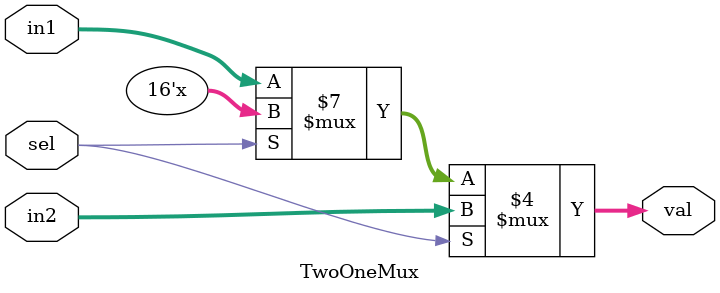
<source format=v>
`timescale 1ns / 1ps


module TwoOneMux(
    input [15:0] in1,
    input [15:0] in2,
    input sel,
    output reg [15:0] val
    );
    
    always @(*) begin
        if (~sel)
            val = in1;
        
        if(sel)
            val = in2;
    end
    
    
endmodule

</source>
